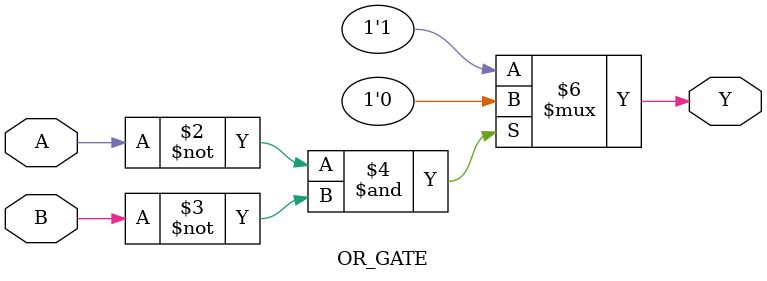
<source format=v>
module OR_GATE (output reg Y, input A, B);        //declaring the module
always @ (A or B) begin                                  // (A, B) is the sensitivity list or the trigger list.
    if (A == 1'b0 & B == 1'b0) begin                  // states that if both A and B are 0, then Y has to be 0.
        Y = 1'b0;
    end
    else 
        Y = 1'b1; 
end
endmodule                                             //used to terminate the module
</source>
